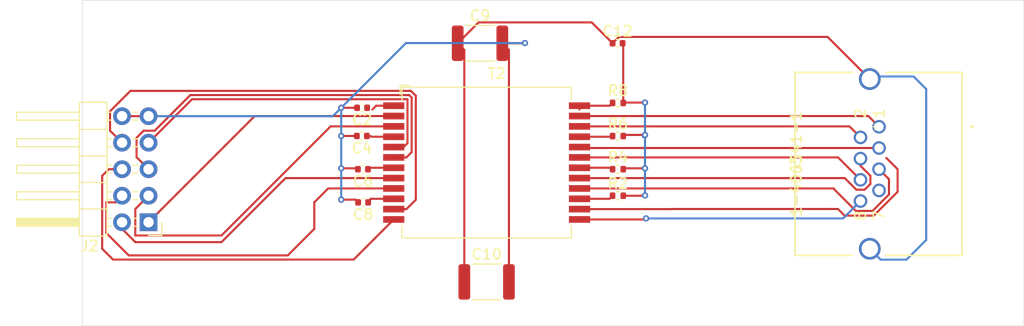
<source format=kicad_pcb>
(kicad_pcb (version 20221018) (generator pcbnew)
  (layers (0 "F.Cu" signal) (31 "B.Cu" signal) (34 "B.Paste" user) (35 "F.Paste" user) (36 "B.SilkS" user "B.Silkscreen") (37 "F.SilkS" user "F.Silkscreen") (38 "B.Mask" user) (39 "F.Mask" user) (44 "Edge.Cuts" user))
  (net 0 "")
  (net 1 "GND")
  (net 2 "Net-(T2-MCT4)")
  (net 3 "Net-(T2-MCT3)")
  (net 4 "Net-(T2-MCT2)")
  (net 5 "Net-(T2-MCT1)")
  (net 6 "Earth")
  (net 7 "Net-(C12-Pad2)")
  (net 8 "Net-(T2-MX1+)")
  (net 9 "Net-(T2-MX1-)")
  (net 10 "Net-(T2-MX2+)")
  (net 11 "Net-(T2-MX3+)")
  (net 12 "Net-(T2-MX3-)")
  (net 13 "Net-(T2-MX2-)")
  (net 14 "Net-(T2-MX4+)")
  (net 15 "Net-(T2-MX4-)")
  (net 16 "Net-(T2-TCT1)")
  (net 17 "Net-(J2-Pin_1)")
  (net 18 "Net-(J2-Pin_3)")
  (net 19 "Net-(T2-TCT2)")
  (net 20 "Net-(J2-Pin_7)")
  (net 21 "Net-(J2-Pin_5)")
  (net 22 "Net-(T2-TCT3)")
  (net 23 "Net-(J2-Pin_2)")
  (net 24 "Net-(J2-Pin_4)")
  (net 25 "Net-(T2-TCT4)")
  (net 26 "Net-(J2-Pin_8)")
  (net 27 "Net-(J2-Pin_6)")
  (footprint "Resistor_SMD:R_0402_1005Metric" (layer "F.Cu") (at 123.405 73.185)
    (fp_text reference "R4" (at 0 -1.17) (layer "F.SilkS"))
    (fp_text value "75")
    (fp_line (start -0.153641 -0.38) (end 0.153641 -0.38) (stroke (width 0.12)) (layer "F.SilkS"))
    (fp_line (start -0.153641 0.38) (end 0.153641 0.38) (stroke (width 0.12)) (layer "F.SilkS"))
    (pad "1" smd roundrect (at -0.51 0) (size 0.54 0.64) (layers "F.Cu" "F.Paste" "F.Mask") (net 3 "Net-(T2-MCT3)"))
    (pad "2" smd roundrect (at 0.51 0) (size 0.54 0.64) (layers "F.Cu" "F.Paste" "F.Mask") (net 7 "Net-(C12-Pad2)"))
  )
  (footprint "Resistor_SMD:R_0402_1005Metric" (layer "F.Cu") (at 123.405 75.725)
    (fp_text reference "R2" (at 0 -1.17) (layer "F.SilkS"))
    (fp_text value "75")
    (fp_line (start -0.153641 -0.38) (end 0.153641 -0.38) (stroke (width 0.12)) (layer "F.SilkS"))
    (fp_line (start -0.153641 0.38) (end 0.153641 0.38) (stroke (width 0.12)) (layer "F.SilkS"))
    (pad "1" smd roundrect (at -0.51 0) (size 0.54 0.64) (layers "F.Cu" "F.Paste" "F.Mask") (net 2 "Net-(T2-MCT4)"))
    (pad "2" smd roundrect (at 0.51 0) (size 0.54 0.64) (layers "F.Cu" "F.Paste" "F.Mask") (net 7 "Net-(C12-Pad2)"))
  )
  (footprint "Capacitor_SMD:C_0402_1005Metric" (layer "F.Cu") (at 98.88 70 180)
    (fp_text reference "C4" (at 0 -1.16) (layer "F.SilkS"))
    (fp_text value "0.1u")
    (fp_line (start -0.107836 -0.36) (end 0.107836 -0.36) (stroke (width 0.12)) (layer "F.SilkS"))
    (fp_line (start -0.107836 0.36) (end 0.107836 0.36) (stroke (width 0.12)) (layer "F.SilkS"))
    (pad "1" smd roundrect (at -0.48 0 180) (size 0.56 0.62) (layers "F.Cu" "F.Paste" "F.Mask") (net 19 "Net-(T2-TCT2)"))
    (pad "2" smd roundrect (at 0.48 0 180) (size 0.56 0.62) (layers "F.Cu" "F.Paste" "F.Mask") (net 1 "GND"))
  )
  (footprint "Capacitor_SMD:C_0402_1005Metric" (layer "F.Cu") (at 98.9 67.3 180)
    (fp_text reference "C2" (at 0 -1.16) (layer "F.SilkS"))
    (fp_text value "0.1u")
    (fp_line (start -0.107836 -0.36) (end 0.107836 -0.36) (stroke (width 0.12)) (layer "F.SilkS"))
    (fp_line (start -0.107836 0.36) (end 0.107836 0.36) (stroke (width 0.12)) (layer "F.SilkS"))
    (pad "1" smd roundrect (at -0.48 0 180) (size 0.56 0.62) (layers "F.Cu" "F.Paste" "F.Mask") (net 16 "Net-(T2-TCT1)"))
    (pad "2" smd roundrect (at 0.48 0 180) (size 0.56 0.62) (layers "F.Cu" "F.Paste" "F.Mask") (net 1 "GND"))
  )
  (footprint "HX5008:HX5008NL" (layer "F.Cu") (at 106.63 72.55)
    (fp_text reference "T2" (at 5.16 -8.53) (layer "F.SilkS"))
    (fp_text value "HX5008")
    (fp_line (start -4.08 -7.39) (end -4.08 -6.52) (stroke (width 0.12)) (layer "F.SilkS"))
    (fp_line (start -3.92 6.03) (end -3.92 7.22) (stroke (width 0.12)) (layer "F.SilkS"))
    (fp_line (start -3.92 7.22) (end 12.32 7.22) (stroke (width 0.12)) (layer "F.SilkS"))
    (fp_line (start -3.91 -7.22) (end -3.91 -6.03) (stroke (width 0.12)) (layer "F.SilkS"))
    (fp_line (start -3.91 -7.22) (end 12.32 -7.22) (stroke (width 0.12)) (layer "F.SilkS"))
    (fp_line (start -3.2 -7.39) (end -4.08 -7.39) (stroke (width 0.12)) (layer "F.SilkS"))
    (fp_line (start 12.32 -7.22) (end 12.32 -6.02) (stroke (width 0.12)) (layer "F.SilkS"))
    (fp_line (start 12.32 6.03) (end 12.32 7.22) (stroke (width 0.12)) (layer "F.SilkS"))
    (pad "1" smd rect (at -4.699 -5.4483 270) (size 0.64 2.03) (layers "F.Cu" "F.Paste" "F.Mask") (net 16 "Net-(T2-TCT1)"))
    (pad "2" smd rect (at -4.699 -4.4577 270) (size 0.64 2.03) (layers "F.Cu" "F.Paste" "F.Mask") (net 17 "Net-(J2-Pin_1)"))
    (pad "3" smd rect (at -4.699 -3.4671 270) (size 0.64 2.03) (layers "F.Cu" "F.Paste" "F.Mask") (net 18 "Net-(J2-Pin_3)"))
    (pad "4" smd rect (at -4.699 -2.4765 270) (size 0.64 2.03) (layers "F.Cu" "F.Paste" "F.Mask") (net 19 "Net-(T2-TCT2)"))
    (pad "5" smd rect (at -4.699 -1.4859 270) (size 0.64 2.03) (layers "F.Cu" "F.Paste" "F.Mask") (net 20 "Net-(J2-Pin_7)"))
    (pad "6" smd rect (at -4.699 -0.4953 270) (size 0.64 2.03) (layers "F.Cu" "F.Paste" "F.Mask") (net 21 "Net-(J2-Pin_5)"))
    (pad "7" smd rect (at -4.699 0.4953 270) (size 0.64 2.03) (layers "F.Cu" "F.Paste" "F.Mask") (net 22 "Net-(T2-TCT3)"))
    (pad "8" smd rect (at -4.699 1.4859 270) (size 0.64 2.03) (layers "F.Cu" "F.Paste" "F.Mask") (net 23 "Net-(J2-Pin_2)"))
    (pad "9" smd rect (at -4.699 2.4765 270) (size 0.64 2.03) (layers "F.Cu" "F.Paste" "F.Mask") (net 24 "Net-(J2-Pin_4)"))
    (pad "10" smd rect (at -4.699 3.4671 270) (size 0.64 2.03) (layers "F.Cu" "F.Paste" "F.Mask") (net 25 "Net-(T2-TCT4)"))
    (pad "11" smd rect (at -4.699 4.4577 270) (size 0.64 2.03) (layers "F.Cu" "F.Paste" "F.Mask") (net 26 "Net-(J2-Pin_8)"))
    (pad "12" smd rect (at -4.699 5.4483 270) (size 0.64 2.03) (layers "F.Cu" "F.Paste" "F.Mask") (net 27 "Net-(J2-Pin_6)"))
    (pad "13" smd rect (at 13.099 5.4483 270) (size 0.64 2.03) (layers "F.Cu" "F.Paste" "F.Mask") (net 15 "Net-(T2-MX4-)"))
    (pad "14" smd rect (at 13.099 4.4577 270) (size 0.64 2.03) (layers "F.Cu" "F.Paste" "F.Mask") (net 14 "Net-(T2-MX4+)"))
    (pad "15" smd rect (at 13.099 3.4671 270) (size 0.64 2.03) (layers "F.Cu" "F.Paste" "F.Mask") (net 2 "Net-(T2-MCT4)"))
    (pad "16" smd rect (at 13.099 2.4765 270) (size 0.64 2.03) (layers "F.Cu" "F.Paste" "F.Mask") (net 12 "Net-(T2-MX3-)"))
    (pad "17" smd rect (at 13.099 1.4859 270) (size 0.64 2.03) (layers "F.Cu" "F.Paste" "F.Mask") (net 11 "Net-(T2-MX3+)"))
    (pad "18" smd rect (at 13.099 0.4953 270) (size 0.64 2.03) (layers "F.Cu" "F.Paste" "F.Mask") (net 3 "Net-(T2-MCT3)"))
    (pad "19" smd rect (at 13.099 -0.4953 270) (size 0.64 2.03) (layers "F.Cu" "F.Paste" "F.Mask") (net 13 "Net-(T2-MX2-)"))
    (pad "20" smd rect (at 13.099 -1.4859 270) (size 0.64 2.03) (layers "F.Cu" "F.Paste" "F.Mask") (net 10 "Net-(T2-MX2+)"))
    (pad "21" smd rect (at 13.099 -2.4765 270) (size 0.64 2.03) (layers "F.Cu" "F.Paste" "F.Mask") (net 4 "Net-(T2-MCT2)"))
    (pad "22" smd rect (at 13.099 -3.4671 270) (size 0.64 2.03) (layers "F.Cu" "F.Paste" "F.Mask") (net 9 "Net-(T2-MX1-)"))
    (pad "23" smd rect (at 13.099 -4.4577 270) (size 0.64 2.03) (layers "F.Cu" "F.Paste" "F.Mask") (net 8 "Net-(T2-MX1+)"))
    (pad "24" smd rect (at 13.099 -5.4483 270) (size 0.64 2.03) (layers "F.Cu" "F.Paste" "F.Mask") (net 5 "Net-(T2-MCT1)"))
  )
  (footprint "Connector_PinHeader_2.54mm:PinHeader_2x05_P2.54mm_Horizontal" (layer "F.Cu") (at 78.445 78.265 180)
    (fp_text reference "J2" (at 5.655 -2.27) (layer "F.SilkS"))
    (fp_text value "Conn_02x05_Odd_Even")
    (fp_line (start -1.27 -1.27) (end 0 -1.27) (stroke (width 0.12)) (layer "F.SilkS"))
    (fp_line (start -1.27 0) (end -1.27 -1.27) (stroke (width 0.12)) (layer "F.SilkS"))
    (fp_line (start 1.042929 2.16) (end 1.497071 2.16) (stroke (width 0.12)) (layer "F.SilkS"))
    (fp_line (start 1.042929 2.92) (end 1.497071 2.92) (stroke (width 0.12)) (layer "F.SilkS"))
    (fp_line (start 1.042929 4.7) (end 1.497071 4.7) (stroke (width 0.12)) (layer "F.SilkS"))
    (fp_line (start 1.042929 5.46) (end 1.497071 5.46) (stroke (width 0.12)) (layer "F.SilkS"))
    (fp_line (start 1.042929 7.24) (end 1.497071 7.24) (stroke (width 0.12)) (layer "F.SilkS"))
    (fp_line (start 1.042929 8) (end 1.497071 8) (stroke (width 0.12)) (layer "F.SilkS"))
    (fp_line (start 1.042929 9.78) (end 1.497071 9.78) (stroke (width 0.12)) (layer "F.SilkS"))
    (fp_line (start 1.042929 10.54) (end 1.497071 10.54) (stroke (width 0.12)) (layer "F.SilkS"))
    (fp_line (start 1.11 -0.38) (end 1.497071 -0.38) (stroke (width 0.12)) (layer "F.SilkS"))
    (fp_line (start 1.11 0.38) (end 1.497071 0.38) (stroke (width 0.12)) (layer "F.SilkS"))
    (fp_line (start 3.582929 -0.38) (end 3.98 -0.38) (stroke (width 0.12)) (layer "F.SilkS"))
    (fp_line (start 3.582929 0.38) (end 3.98 0.38) (stroke (width 0.12)) (layer "F.SilkS"))
    (fp_line (start 3.582929 2.16) (end 3.98 2.16) (stroke (width 0.12)) (layer "F.SilkS"))
    (fp_line (start 3.582929 2.92) (end 3.98 2.92) (stroke (width 0.12)) (layer "F.SilkS"))
    (fp_line (start 3.582929 4.7) (end 3.98 4.7) (stroke (width 0.12)) (layer "F.SilkS"))
    (fp_line (start 3.582929 5.46) (end 3.98 5.46) (stroke (width 0.12)) (layer "F.SilkS"))
    (fp_line (start 3.582929 7.24) (end 3.98 7.24) (stroke (width 0.12)) (layer "F.SilkS"))
    (fp_line (start 3.582929 8) (end 3.98 8) (stroke (width 0.12)) (layer "F.SilkS"))
    (fp_line (start 3.582929 9.78) (end 3.98 9.78) (stroke (width 0.12)) (layer "F.SilkS"))
    (fp_line (start 3.582929 10.54) (end 3.98 10.54) (stroke (width 0.12)) (layer "F.SilkS"))
    (fp_line (start 3.98 -1.33) (end 3.98 11.49) (stroke (width 0.12)) (layer "F.SilkS"))
    (fp_line (start 3.98 1.27) (end 6.64 1.27) (stroke (width 0.12)) (layer "F.SilkS"))
    (fp_line (start 3.98 3.81) (end 6.64 3.81) (stroke (width 0.12)) (layer "F.SilkS"))
    (fp_line (start 3.98 6.35) (end 6.64 6.35) (stroke (width 0.12)) (layer "F.SilkS"))
    (fp_line (start 3.98 8.89) (end 6.64 8.89) (stroke (width 0.12)) (layer "F.SilkS"))
    (fp_line (start 3.98 11.49) (end 6.64 11.49) (stroke (width 0.12)) (layer "F.SilkS"))
    (fp_line (start 6.64 -1.33) (end 3.98 -1.33) (stroke (width 0.12)) (layer "F.SilkS"))
    (fp_line (start 6.64 -0.38) (end 12.64 -0.38) (stroke (width 0.12)) (layer "F.SilkS"))
    (fp_line (start 6.64 -0.32) (end 12.64 -0.32) (stroke (width 0.12)) (layer "F.SilkS"))
    (fp_line (start 6.64 -0.2) (end 12.64 -0.2) (stroke (width 0.12)) (layer "F.SilkS"))
    (fp_line (start 6.64 -0.08) (end 12.64 -0.08) (stroke (width 0.12)) (layer "F.SilkS"))
    (fp_line (start 6.64 0.04) (end 12.64 0.04) (stroke (width 0.12)) (layer "F.SilkS"))
    (fp_line (start 6.64 0.16) (end 12.64 0.16) (stroke (width 0.12)) (layer "F.SilkS"))
    (fp_line (start 6.64 0.28) (end 12.64 0.28) (stroke (width 0.12)) (layer "F.SilkS"))
    (fp_line (start 6.64 2.16) (end 12.64 2.16) (stroke (width 0.12)) (layer "F.SilkS"))
    (fp_line (start 6.64 4.7) (end 12.64 4.7) (stroke (width 0.12)) (layer "F.SilkS"))
    (fp_line (start 6.64 7.24) (end 12.64 7.24) (stroke (width 0.12)) (layer "F.SilkS"))
    (fp_line (start 6.64 9.78) (end 12.64 9.78) (stroke (width 0.12)) (layer "F.SilkS"))
    (fp_line (start 6.64 11.49) (end 6.64 -1.33) (stroke (width 0.12)) (layer "F.SilkS"))
    (fp_line (start 12.64 -0.38) (end 12.64 0.38) (stroke (width 0.12)) (layer "F.SilkS"))
    (fp_line (start 12.64 0.38) (end 6.64 0.38) (stroke (width 0.12)) (layer "F.SilkS"))
    (fp_line (start 12.64 2.16) (end 12.64 2.92) (stroke (width 0.12)) (layer "F.SilkS"))
    (fp_line (start 12.64 2.92) (end 6.64 2.92) (stroke (width 0.12)) (layer "F.SilkS"))
    (fp_line (start 12.64 4.7) (end 12.64 5.46) (stroke (width 0.12)) (layer "F.SilkS"))
    (fp_line (start 12.64 5.46) (end 6.64 5.46) (stroke (width 0.12)) (layer "F.SilkS"))
    (fp_line (start 12.64 7.24) (end 12.64 8) (stroke (width 0.12)) (layer "F.SilkS"))
    (fp_line (start 12.64 8) (end 6.64 8) (stroke (width 0.12)) (layer "F.SilkS"))
    (fp_line (start 12.64 9.78) (end 12.64 10.54) (stroke (width 0.12)) (layer "F.SilkS"))
    (fp_line (start 12.64 10.54) (end 6.64 10.54) (stroke (width 0.12)) (layer "F.SilkS"))
    (pad "1" thru_hole rect (at 0 0 180) (size 1.7 1.7) (drill 1) (layers "*.Cu" "*.Mask") (net 17 "Net-(J2-Pin_1)"))
    (pad "2" thru_hole oval (at 2.54 0 180) (size 1.7 1.7) (drill 1) (layers "*.Cu" "*.Mask") (net 23 "Net-(J2-Pin_2)"))
    (pad "3" thru_hole oval (at 0 2.54 180) (size 1.7 1.7) (drill 1) (layers "*.Cu" "*.Mask") (net 18 "Net-(J2-Pin_3)"))
    (pad "4" thru_hole oval (at 2.54 2.54 180) (size 1.7 1.7) (drill 1) (layers "*.Cu" "*.Mask") (net 24 "Net-(J2-Pin_4)"))
    (pad "5" thru_hole oval (at 0 5.08 180) (size 1.7 1.7) (drill 1) (layers "*.Cu" "*.Mask") (net 21 "Net-(J2-Pin_5)"))
    (pad "6" thru_hole oval (at 2.54 5.08 180) (size 1.7 1.7) (drill 1) (layers "*.Cu" "*.Mask") (net 27 "Net-(J2-Pin_6)"))
    (pad "7" thru_hole oval (at 0 7.62 180) (size 1.7 1.7) (drill 1) (layers "*.Cu" "*.Mask") (net 20 "Net-(J2-Pin_7)"))
    (pad "8" thru_hole oval (at 2.54 7.62 180) (size 1.7 1.7) (drill 1) (layers "*.Cu" "*.Mask") (net 26 "Net-(J2-Pin_8)"))
    (pad "9" thru_hole oval (at 0 10.16 180) (size 1.7 1.7) (drill 1) (layers "*.Cu" "*.Mask") (net 1 "GND"))
    (pad "10" thru_hole oval (at 2.54 10.16 180) (size 1.7 1.7) (drill 1) (layers "*.Cu" "*.Mask") (net 1 "GND"))
  )
  (footprint "Capacitor_SMD:C_0402_1005Metric" (layer "F.Cu") (at 99 76.36 180)
    (fp_text reference "C8" (at 0 -1.16) (layer "F.SilkS"))
    (fp_text value "0.1u")
    (fp_line (start -0.107836 -0.36) (end 0.107836 -0.36) (stroke (width 0.12)) (layer "F.SilkS"))
    (fp_line (start -0.107836 0.36) (end 0.107836 0.36) (stroke (width 0.12)) (layer "F.SilkS"))
    (pad "1" smd roundrect (at -0.48 0 180) (size 0.56 0.62) (layers "F.Cu" "F.Paste" "F.Mask") (net 25 "Net-(T2-TCT4)"))
    (pad "2" smd roundrect (at 0.48 0 180) (size 0.56 0.62) (layers "F.Cu" "F.Paste" "F.Mask") (net 1 "GND"))
  )
  (footprint "Resistor_SMD:R_0402_1005Metric" (layer "F.Cu") (at 123.405 66.835)
    (fp_text reference "R8" (at 0 -1.17) (layer "F.SilkS"))
    (fp_text value "75")
    (fp_line (start -0.153641 -0.38) (end 0.153641 -0.38) (stroke (width 0.12)) (layer "F.SilkS"))
    (fp_line (start -0.153641 0.38) (end 0.153641 0.38) (stroke (width 0.12)) (layer "F.SilkS"))
    (pad "1" smd roundrect (at -0.51 0) (size 0.54 0.64) (layers "F.Cu" "F.Paste" "F.Mask") (net 5 "Net-(T2-MCT1)"))
    (pad "2" smd roundrect (at 0.51 0) (size 0.54 0.64) (layers "F.Cu" "F.Paste" "F.Mask") (net 7 "Net-(C12-Pad2)"))
  )
  (footprint "Resistor_SMD:R_0402_1005Metric" (layer "F.Cu") (at 123.405 70.01)
    (fp_text reference "R6" (at 0 -1.17) (layer "F.SilkS"))
    (fp_text value "75")
    (fp_line (start -0.153641 -0.38) (end 0.153641 -0.38) (stroke (width 0.12)) (layer "F.SilkS"))
    (fp_line (start -0.153641 0.38) (end 0.153641 0.38) (stroke (width 0.12)) (layer "F.SilkS"))
    (pad "1" smd roundrect (at -0.51 0) (size 0.54 0.64) (layers "F.Cu" "F.Paste" "F.Mask") (net 4 "Net-(T2-MCT2)"))
    (pad "2" smd roundrect (at 0.51 0) (size 0.54 0.64) (layers "F.Cu" "F.Paste" "F.Mask") (net 7 "Net-(C12-Pad2)"))
  )
  (footprint "Capacitor_SMD:C_0402_1005Metric" (layer "F.Cu") (at 123.375 61.12)
    (fp_text reference "C12" (at 0 -1.16) (layer "F.SilkS"))
    (fp_text value "1000p")
    (fp_line (start -0.107836 -0.36) (end 0.107836 -0.36) (stroke (width 0.12)) (layer "F.SilkS"))
    (fp_line (start -0.107836 0.36) (end 0.107836 0.36) (stroke (width 0.12)) (layer "F.SilkS"))
    (pad "1" smd roundrect (at -0.48 0) (size 0.56 0.62) (layers "F.Cu" "F.Paste" "F.Mask") (net 6 "Earth"))
    (pad "2" smd roundrect (at 0.48 0) (size 0.56 0.62) (layers "F.Cu" "F.Paste" "F.Mask") (net 7 "Net-(C12-Pad2)"))
  )
  (footprint "MJ406541:1-406541-1" (layer "F.Cu") (at 148.422 69.121 -90)
    (fp_text reference "J3" (at 3.556 7.9248 90) (layer "F.SilkS"))
    (fp_text value "1-406541-1" (at 3.556 7.9248 90) (layer "F.SilkS"))
    (fp_text user "2" (at -1.297 1.778 90) (layer "F.SilkS"))
    (fp_text user "*" (at 0 0 90) (layer "F.SilkS"))
    (fp_text user "8" (at 8.509 1.778 90) (layer "F.SilkS"))
    (fp_text user "7" (at 8.509 0 90) (layer "F.SilkS"))
    (fp_text user "1" (at -1.297 0 90) (layer "F.SilkS"))
    (fp_line (start -5.207 -7.9502) (end -5.207 -0.635) (stroke (width 0.1524)) (layer "F.SilkS"))
    (fp_line (start -5.207 8.0518) (end -5.207 2.54) (stroke (width 0.1524)) (layer "F.SilkS"))
    (fp_line (start -5.207 8.0518) (end 12.319 8.0518) (stroke (width 0.1524)) (layer "F.SilkS"))
    (fp_line (start 12.319 -7.9502) (end -5.207 -7.9502) (stroke (width 0.1524)) (layer "F.SilkS"))
    (fp_line (start 12.319 -0.635) (end 12.319 -7.9502) (stroke (width 0.1524)) (layer "F.SilkS"))
    (fp_line (start 12.319 8.0518) (end 12.319 2.54) (stroke (width 0.1524)) (layer "F.SilkS"))
    (fp_arc (start -0.1016 -8.89) (mid 0.1016 -8.89) (end -0.1016 -8.89) (stroke (width 0.1524)) (layer "F.SilkS"))
    (pad "" np_thru_hole circle (at -2.794 -2.54 270) (size 3.2512 3.2512) (drill 3.2512) (layers "*.Cu" "*.Mask"))
    (pad "" np_thru_hole circle (at 9.906 -2.54 270) (size 3.2512 3.2512) (drill 3.2512) (layers "*.Cu" "*.Mask"))
    (pad "1" thru_hole circle (at 0 0 270) (size 1.297 1.297) (drill 0.889) (layers "*.Cu" "*.Mask") (net 8 "Net-(T2-MX1+)"))
    (pad "2" thru_hole circle (at 1.016 1.778 270) (size 1.297 1.297) (drill 0.889) (layers "*.Cu" "*.Mask") (net 9 "Net-(T2-MX1-)"))
    (pad "3" thru_hole circle (at 2.032 0 270) (size 1.297 1.297) (drill 0.889) (layers "*.Cu" "*.Mask") (net 10 "Net-(T2-MX2+)"))
    (pad "4" thru_hole circle (at 3.048 1.778 270) (size 1.297 1.297) (drill 0.889) (layers "*.Cu" "*.Mask") (net 11 "Net-(T2-MX3+)"))
    (pad "5" thru_hole circle (at 4.064 0 270) (size 1.297 1.297) (drill 0.889) (layers "*.Cu" "*.Mask") (net 12 "Net-(T2-MX3-)"))
    (pad "6" thru_hole circle (at 5.08 1.778 270) (size 1.297 1.297) (drill 0.889) (layers "*.Cu" "*.Mask") (net 13 "Net-(T2-MX2-)"))
    (pad "7" thru_hole circle (at 6.096 0 270) (size 1.297 1.297) (drill 0.889) (layers "*.Cu" "*.Mask") (net 14 "Net-(T2-MX4+)"))
    (pad "8" thru_hole circle (at 7.112 1.778 270) (size 1.297 1.297) (drill 0.889) (layers "*.Cu" "*.Mask") (net 15 "Net-(T2-MX4-)"))
    (pad "9" thru_hole circle (at -4.572 0.889 270) (size 2.0828 2.0828) (drill 1.5748) (layers "*.Cu" "*.Mask") (net 6 "Earth"))
    (pad "10" thru_hole circle (at 11.684 0.889 270) (size 2.0828 2.0828) (drill 1.5748) (layers "*.Cu" "*.Mask") (net 6 "Earth"))
  )
  (footprint "Capacitor_SMD:C_0402_1005Metric" (layer "F.Cu") (at 98.98 73.185 180)
    (fp_text reference "C6" (at 0 -1.16) (layer "F.SilkS"))
    (fp_text value "0.1u")
    (fp_line (start -0.107836 -0.36) (end 0.107836 -0.36) (stroke (width 0.12)) (layer "F.SilkS"))
    (fp_line (start -0.107836 0.36) (end 0.107836 0.36) (stroke (width 0.12)) (layer "F.SilkS"))
    (pad "1" smd roundrect (at -0.48 0 180) (size 0.56 0.62) (layers "F.Cu" "F.Paste" "F.Mask") (net 22 "Net-(T2-TCT3)"))
    (pad "2" smd roundrect (at 0.48 0 180) (size 0.56 0.62) (layers "F.Cu" "F.Paste" "F.Mask") (net 1 "GND"))
  )
  (footprint "Resistor_SMD:R_1812_4532Metric" (layer "F.Cu") (at 110.83 83.98)
    (fp_text reference "C10" (at 0 -2.65) (layer "F.SilkS"))
    (fp_text value "4700p")
    (fp_line (start -1.386252 -1.71) (end 1.386252 -1.71) (stroke (width 0.12)) (layer "F.SilkS"))
    (fp_line (start -1.386252 1.71) (end 1.386252 1.71) (stroke (width 0.12)) (layer "F.SilkS"))
    (pad "1" smd roundrect (at -2.1375 0) (size 1.125 3.4) (layers "F.Cu" "F.Paste" "F.Mask") (roundrect_rratio 0.222222) (net 6 "Earth"))
    (pad "2" smd roundrect (at 2.1375 0) (size 1.125 3.4) (layers "F.Cu" "F.Paste" "F.Mask") (roundrect_rratio 0.222222) (net 1 "GND"))
  )
  (footprint "Resistor_SMD:R_1812_4532Metric" (layer "F.Cu") (at 110.195 61.12)
    (fp_text reference "C9" (at 0 -2.65) (layer "F.SilkS"))
    (fp_text value "4700p")
    (fp_line (start -1.386252 -1.71) (end 1.386252 -1.71) (stroke (width 0.12)) (layer "F.SilkS"))
    (fp_line (start -1.386252 1.71) (end 1.386252 1.71) (stroke (width 0.12)) (layer "F.SilkS"))
    (pad "1" smd roundrect (at -2.1375 0) (size 1.125 3.4) (layers "F.Cu" "F.Paste" "F.Mask") (roundrect_rratio 0.222222) (net 6 "Earth"))
    (pad "2" smd roundrect (at 2.1375 0) (size 1.125 3.4) (layers "F.Cu" "F.Paste" "F.Mask") (roundrect_rratio 0.222222) (net 1 "GND"))
  )
  (gr_rect (start 72.1 57) (end 162.3 88.2) (stroke (width 0.05)) (fill none) (layer "Edge.Cuts"))
  (segment (start 112.9675 83.98) (end 112.9675 61.755) (width 0.2) (layer "F.Cu") (net 1))
  (segment (start 114.48 61.12) (end 114.5 61.1) (width 0.2) (layer "F.Cu") (net 1))
  (segment (start 96.9 70) (end 98.4 70) (width 0.2) (layer "F.Cu") (net 1))
  (segment (start 112.9675 61.755) (end 112.3325 61.12) (width 0.2) (layer "F.Cu") (net 1))
  (segment (start 98.42 67.3) (end 96.9 67.3) (width 0.2) (layer "F.Cu") (net 1))
  (segment (start 98.415 73.1) (end 98.5 73.185) (width 0.2) (layer "F.Cu") (net 1))
  (segment (start 98.26 76.1) (end 98.52 76.36) (width 0.2) (layer "F.Cu") (net 1))
  (segment (start 96.9 76.1) (end 98.26 76.1) (width 0.2) (layer "F.Cu") (net 1))
  (segment (start 112.3325 61.12) (end 114.48 61.12) (width 0.2) (layer "F.Cu") (net 1))
  (segment (start 96.9 73.1) (end 98.415 73.1) (width 0.2) (layer "F.Cu") (net 1))
  (segment (start 78.445 68.105) (end 75.905 68.105) (width 0.2) (layer "F.Cu") (net 1))
  (via (at 96.9 70) (size 0.6) (drill 0.3) (layers "F.Cu" "B.Cu") (net 1))
  (via (at 96.9 76.1) (size 0.6) (drill 0.3) (layers "F.Cu" "B.Cu") (net 1))
  (via (at 96.9 67.3) (size 0.6) (drill 0.3) (layers "F.Cu" "B.Cu") (net 1))
  (via (at 96.9 73.1) (size 0.6) (drill 0.3) (layers "F.Cu" "B.Cu") (net 1))
  (via (at 114.5 61.1) (size 0.6) (drill 0.3) (layers "F.Cu" "B.Cu") (net 1))
  (segment (start 96.9 76.1) (end 96.9 70) (width 0.2) (layer "B.Cu") (net 1))
  (segment (start 103.1 61.1) (end 96.9 67.3) (width 0.2) (layer "B.Cu") (net 1))
  (segment (start 114.5 61.1) (end 103.1 61.1) (width 0.2) (layer "B.Cu") (net 1))
  (segment (start 96.9 67.3) (end 96.095 68.105) (width 0.2) (layer "B.Cu") (net 1))
  (segment (start 96.9 76.2) (end 96.9 76.1) (width 0.2) (layer "B.Cu") (net 1))
  (segment (start 96.9 67.3) (end 96.9 70) (width 0.2) (layer "B.Cu") (net 1))
  (segment (start 96.095 68.105) (end 78.445 68.105) (width 0.2) (layer "B.Cu") (net 1))
  (segment (start 122.6029 76.0171) (end 119.729 76.0171) (width 0.2) (layer "F.Cu") (net 2))
  (segment (start 122.895 75.725) (end 122.6029 76.0171) (width 0.2) (layer "F.Cu") (net 2))
  (segment (start 122.895 73.185) (end 122.7553 73.0453) (width 0.2) (layer "F.Cu") (net 3))
  (segment (start 122.7553 73.0453) (end 119.729 73.0453) (width 0.2) (layer "F.Cu") (net 3))
  (segment (start 122.895 70.01) (end 122.8315 70.0735) (width 0.2) (layer "F.Cu") (net 4))
  (segment (start 122.8315 70.0735) (end 119.729 70.0735) (width 0.2) (layer "F.Cu") (net 4))
  (segment (start 122.895 66.835) (end 122.6283 67.1017) (width 0.2) (layer "F.Cu") (net 5))
  (segment (start 119.729 67.461) (end 119.72 67.47) (width 0.2) (layer "F.Cu") (net 5))
  (segment (start 122.6283 67.1017) (end 119.729 67.1017) (width 0.2) (layer "F.Cu") (net 5))
  (segment (start 123.505 60.51) (end 122.895 61.12) (width 0.2) (layer "F.Cu") (net 6))
  (segment (start 110.0575 59.12) (end 108.0575 61.12) (width 0.2) (layer "F.Cu") (net 6))
  (segment (start 147.533 64.803) (end 147.66 64.93) (width 0.2) (layer "F.Cu") (net 6))
  (segment (start 143.494 60.51) (end 123.505 60.51) (width 0.2) (layer "F.Cu") (net 6))
  (segment (start 108.6925 61.755) (end 108.0575 61.12) (width 0.2) (layer "F.Cu") (net 6))
  (segment (start 108.6925 83.98) (end 108.6925 61.755) (width 0.2) (layer "F.Cu") (net 6))
  (segment (start 120.895 59.12) (end 110.0575 59.12) (width 0.2) (layer "F.Cu") (net 6))
  (segment (start 122.895 61.12) (end 120.895 59.12) (width 0.2) (layer "F.Cu") (net 6))
  (segment (start 147.533 64.549) (end 143.494 60.51) (width 0.2) (layer "F.Cu") (net 6))
  (segment (start 147.782 64.3) (end 147.533 64.549) (width 0.2) (layer "B.Cu") (net 6))
  (segment (start 148.5744 81.8464) (end 151.0536 81.8464) (width 0.2) (layer "B.Cu") (net 6))
  (segment (start 152.9376 79.9624) (end 152.9376 65.50868) (width 0.2) (layer "B.Cu") (net 6))
  (segment (start 152.9376 65.50868) (end 151.72892 64.3) (width 0.2) (layer "B.Cu") (net 6))
  (segment (start 151.72892 64.3) (end 147.782 64.3) (width 0.2) (layer "B.Cu") (net 6))
  (segment (start 151.0536 81.8464) (end 152.9376 79.9624) (width 0.2) (layer "B.Cu") (net 6))
  (segment (start 147.533 80.805) (end 148.5744 81.8464) (width 0.2) (layer "B.Cu") (net 6))
  (segment (start 126 66.8) (end 123.95 66.8) (width 0.2) (layer "F.Cu") (net 7))
  (segment (start 123.95 66.8) (end 123.915 66.835) (width 0.2) (layer "F.Cu") (net 7))
  (segment (start 124 73.1) (end 123.915 73.185) (width 0.2) (layer "F.Cu") (net 7))
  (segment (start 125.975 75.725) (end 126 75.7) (width 0.2) (layer "F.Cu") (net 7))
  (segment (start 124.025 69.9) (end 123.915 70.01) (width 0.2) (layer "F.Cu") (net 7))
  (segment (start 123.915 61.18) (end 123.855 61.12) (width 0.2) (layer "F.Cu") (net 7))
  (segment (start 123.915 75.725) (end 125.975 75.725) (width 0.2) (layer "F.Cu") (net 7))
  (segment (start 123.915 66.835) (end 123.915 61.18) (width 0.2) (layer "F.Cu") (net 7))
  (segment (start 126 73.1) (end 124 73.1) (width 0.2) (layer "F.Cu") (net 7))
  (segment (start 126 69.9) (end 124.025 69.9) (width 0.2) (layer "F.Cu") (net 7))
  (via (at 126 66.8) (size 0.6) (drill 0.3) (layers "F.Cu" "B.Cu") (net 7))
  (via (at 126 75.7) (size 0.6) (drill 0.3) (layers "F.Cu" "B.Cu") (net 7))
  (via (at 126 73.1) (size 0.6) (drill 0.3) (layers "F.Cu" "B.Cu") (net 7))
  (via (at 126 69.9) (size 0.6) (drill 0.3) (layers "F.Cu" "B.Cu") (net 7))
  (segment (start 125.9 70) (end 126 69.9) (width 0.2) (layer "B.Cu") (net 7))
  (segment (start 126 73.3) (end 125.9 73.2) (width 0.2) (layer "B.Cu") (net 7))
  (segment (start 125.9 73.2) (end 126 73.1) (width 0.2) (layer "B.Cu") (net 7))
  (segment (start 126 66.8) (end 125.9 66.8) (width 0.2) (layer "B.Cu") (net 7))
  (segment (start 126 66.8) (end 126 66.9) (width 0.2) (layer "B.Cu") (net 7))
  (segment (start 126 73.1) (end 126 69.9) (width 0.2) (layer "B.Cu") (net 7))
  (segment (start 126 69.9) (end 125.8 70.1) (width 0.2) (layer "B.Cu") (net 7))
  (segment (start 126 75.7) (end 126 73.3) (width 0.2) (layer "B.Cu") (net 7))
  (segment (start 126 69.9) (end 126 66.8) (width 0.2) (layer "B.Cu") (net 7))
  (segment (start 119.729 68.0923) (end 147.3933 68.0923) (width 0.2) (layer "F.Cu") (net 8))
  (segment (start 147.3933 68.0923) (end 148.422 69.121) (width 0.2) (layer "F.Cu") (net 8))
  (segment (start 145.5899 69.0829) (end 146.644 70.137) (width 0.2) (layer "F.Cu") (net 9))
  (segment (start 119.729 69.0829) (end 145.5899 69.0829) (width 0.2) (layer "F.Cu") (net 9))
  (segment (start 119.729 71.0641) (end 119.8179 71.153) (width 0.2) (layer "F.Cu") (net 10))
  (segment (start 119.8179 71.153) (end 148.422 71.153) (width 0.2) (layer "F.Cu") (net 10))
  (segment (start 145.137518 74.0359) (end 146.251118 75.1495) (width 0.2) (layer "F.Cu") (net 11))
  (segment (start 147.5925 73.808118) (end 146.644 72.859618) (width 0.2) (layer "F.Cu") (net 11))
  (segment (start 146.251118 75.1495) (end 147.036882 75.1495) (width 0.2) (layer "F.Cu") (net 11))
  (segment (start 147.5925 74.593882) (end 147.5925 73.808118) (width 0.2) (layer "F.Cu") (net 11))
  (segment (start 119.729 74.0359) (end 145.137518 74.0359) (width 0.2) (layer "F.Cu") (net 11))
  (segment (start 147.036882 75.1495) (end 147.5925 74.593882) (width 0.2) (layer "F.Cu") (net 11))
  (segment (start 146.644 72.859618) (end 146.644 72.169) (width 0.2) (layer "F.Cu") (net 11))
  (segment (start 149.3705 75.609882) (end 149.3705 74.1335) (width 0.2) (layer "F.Cu") (net 12))
  (segment (start 144.0425 75.0265) (end 146.1975 77.1815) (width 0.2) (layer "F.Cu") (net 12))
  (segment (start 146.251118 77.1815) (end 147.798882 77.1815) (width 0.2) (layer "F.Cu") (net 12))
  (segment (start 149.3705 74.1335) (end 148.422 73.185) (width 0.2) (layer "F.Cu") (net 12))
  (segment (start 147.798882 77.1815) (end 149.3705 75.609882) (width 0.2) (layer "F.Cu") (net 12))
  (segment (start 119.729 75.0265) (end 144.096118 75.0265) (width 0.2) (layer "F.Cu") (net 12))
  (segment (start 144.4977 72.0547) (end 146.644 74.201) (width 0.2) (layer "F.Cu") (net 13))
  (segment (start 119.729 72.0547) (end 144.4977 72.0547) (width 0.2) (layer "F.Cu") (net 13))
  (segment (start 150.2 73.82) (end 150.2 73.185) (width 0.2) (layer "F.Cu") (net 14))
  (segment (start 143.215 76.995) (end 144.485 76.995) (width 0.2) (layer "F.Cu") (net 14))
  (segment (start 149.565 72.55) (end 149.1165 72.1015) (width 0.2) (layer "F.Cu") (net 14))
  (segment (start 150.2 75.346067) (end 150.2 73.82) (width 0.2) (layer "F.Cu") (net 14))
  (segment (start 145.12 77.63) (end 147.916068 77.63) (width 0.2) (layer "F.Cu") (net 14))
  (segment (start 128.5973 77.0077) (end 128.61 76.995) (width 0.2) (layer "F.Cu") (net 14))
  (segment (start 136.865 76.995) (end 143.215 76.995) (width 0.2) (layer "F.Cu") (net 14))
  (segment (start 147.916068 77.63) (end 148.198882 77.347185) (width 0.2) (layer "F.Cu") (net 14))
  (segment (start 150.2 73.185) (end 149.565 72.55) (width 0.2) (layer "F.Cu") (net 14))
  (segment (start 128.61 76.995) (end 136.865 76.995) (width 0.2) (layer "F.Cu") (net 14))
  (segment (start 144.485 76.995) (end 145.12 77.63) (width 0.2) (layer "F.Cu") (net 14))
  (segment (start 148.198882 77.347185) (end 149.693034 75.853033) (width 0.2) (layer "F.Cu") (net 14))
  (segment (start 149.693034 75.853033) (end 150.2 75.346067) (width 0.2) (layer "F.Cu") (net 14))
  (segment (start 119.729 77.0077) (end 128.5973 77.0077) (width 0.2) (layer "F.Cu") (net 14))
  (segment (start 119.729 77.9983) (end 126.0017 77.9983) (width 0.2) (layer "F.Cu") (net 15))
  (segment (start 126.0017 77.9983) (end 126.1 77.9) (width 0.2) (layer "F.Cu") (net 15))
  (via (at 126.1 77.9) (size 0.6) (drill 0.3) (layers "F.Cu" "B.Cu") (net 15))
  (segment (start 144.977 77.9) (end 146.644 76.233) (width 0.2) (layer "B.Cu") (net 15))
  (segment (start 126.1 77.9) (end 144.977 77.9) (width 0.2) (layer "B.Cu") (net 15))
  (segment (start 100.2483 67.1017) (end 99.88 67.47) (width 0.2) (layer "F.Cu") (net 16))
  (segment (start 101.931 67.1017) (end 100.2483 67.1017) (width 0.2) (layer "F.Cu") (net 16))
  (segment (start 78.445 78.265) (end 88.6177 68.0923) (width 0.2) (layer "F.Cu") (net 17))
  (segment (start 88.6177 68.0923) (end 101.931 68.0923) (width 0.2) (layer "F.Cu") (net 17))
  (segment (start 77.175 79.535) (end 85.43 79.535) (width 0.2) (layer "F.Cu") (net 18))
  (segment (start 85.43 79.535) (end 95.8821 69.0829) (width 0.2) (layer "F.Cu") (net 18))
  (segment (start 77.175 76.995) (end 77.175 79.535) (width 0.2) (layer "F.Cu") (net 18))
  (segment (start 78.445 75.725) (end 77.175 76.995) (width 0.2) (layer "F.Cu") (net 18))
  (segment (start 95.8821 69.0829) (end 101.931 69.0829) (width 0.2) (layer "F.Cu") (net 18))
  (segment (start 101.931 70.0735) (end 99.7885 70.0735) (width 0.2) (layer "F.Cu") (net 19))
  (segment (start 99.7885 70.0735) (end 99.725 70.01) (width 0.2) (layer "F.Cu") (net 19))
  (segment (start 102.8754 71.0641) (end 101.931 71.0641) (width 0.2) (layer "F.Cu") (net 20))
  (segment (start 103.246 70.6935) (end 102.8754 71.0641) (width 0.2) (layer "F.Cu") (net 20))
  (segment (start 103.246 66.4817) (end 103.246 70.6935) (width 0.2) (layer "F.Cu") (net 20))
  (segment (start 78.445 70.645) (end 82.6083 66.4817) (width 0.2) (layer "F.Cu") (net 20))
  (segment (start 82.6083 66.4817) (end 103.246 66.4817) (width 0.2) (layer "F.Cu") (net 20))
  (segment (start 79.029315 69.495) (end 82.442615 66.0817) (width 0.2) (layer "F.Cu") (net 21))
  (segment (start 103.411685 66.0817) (end 103.646 66.316015) (width 0.2) (layer "F.Cu") (net 21))
  (segment (start 103.646 71.5547) (end 103.146 72.0547) (width 0.2) (layer "F.Cu") (net 21))
  (segment (start 77.295 70.168654) (end 77.968654 69.495) (width 0.2) (layer "F.Cu") (net 21))
  (segment (start 77.968654 69.495) (end 79.029315 69.495) (width 0.2) (layer "F.Cu") (net 21))
  (segment (start 102.0707 71.915) (end 101.931 72.0547) (width 0.2) (layer "F.Cu") (net 21))
  (segment (start 103.646 66.316015) (end 103.646 71.5547) (width 0.2) (layer "F.Cu") (net 21))
  (segment (start 103.146 72.0547) (end 101.931 72.0547) (width 0.2) (layer "F.Cu") (net 21))
  (segment (start 78.445 73.185) (end 77.295 72.035) (width 0.2) (layer "F.Cu") (net 21))
  (segment (start 77.295 72.035) (end 77.295 70.168654) (width 0.2) (layer "F.Cu") (net 21))
  (segment (start 82.442615 66.0817) (end 103.411685 66.0817) (width 0.2) (layer "F.Cu") (net 21))
  (segment (start 99.5397 73.0453) (end 99.4 73.185) (width 0.2) (layer "F.Cu") (net 22))
  (segment (start 101.931 73.0453) (end 99.5397 73.0453) (width 0.2) (layer "F.Cu") (net 22))
  (segment (start 77.175 80.17) (end 85.43 80.17) (width 0.2) (layer "F.Cu") (net 23))
  (segment (start 75.905 78.265) (end 75.905 78.9) (width 0.2) (layer "F.Cu") (net 23))
  (segment (start 91.5641 74.0359) (end 101.931 74.0359) (width 0.2) (layer "F.Cu") (net 23))
  (segment (start 75.905 78.9) (end 77.175 80.17) (width 0.2) (layer "F.Cu") (net 23))
  (segment (start 85.43 80.17) (end 91.5641 74.0359) (width 0.2) (layer "F.Cu") (net 23))
  (segment (start 76.54 81.44) (end 91.78 81.44) (width 0.2) (layer "F.Cu") (net 24))
  (segment (start 94.32 76.36) (end 95.6535 75.0265) (width 0.2) (layer "F.Cu") (net 24))
  (segment (start 95.6535 75.0265) (end 101.931 75.0265) (width 0.2) (layer "F.Cu") (net 24))
  (segment (start 91.78 81.44) (end 94.32 78.9) (width 0.2) (layer "F.Cu") (net 24))
  (segment (start 75.27 76.36) (end 74.4 76.36) (width 0.2) (layer "F.Cu") (net 24))
  (segment (start 75.905 75.725) (end 75.27 76.36) (width 0.2) (layer "F.Cu") (net 24))
  (segment (start 74.4 76.36) (end 74.4 79.3) (width 0.2) (layer "F.Cu") (net 24))
  (segment (start 74.4 79.3) (end 76.54 81.44) (width 0.2) (layer "F.Cu") (net 24))
  (segment (start 94.32 78.9) (end 94.32 76.36) (width 0.2) (layer "F.Cu") (net 24))
  (segment (start 99.7429 76.0171) (end 99.4 76.36) (width 0.2) (layer "F.Cu") (net 25))
  (segment (start 101.931 76.0171) (end 99.7429 76.0171) (width 0.2) (layer "F.Cu") (net 25))
  (segment (start 76.701954 65.6817) (end 103.577371 65.6817) (width 0.2) (layer "F.Cu") (net 26))
  (segment (start 74.755 67.628654) (end 76.701954 65.6817) (width 0.2) (layer "F.Cu") (net 26))
  (segment (start 103.146 77.0077) (end 101.931 77.0077) (width 0.2) (layer "F.Cu") (net 26))
  (segment (start 74.755 69.495) (end 74.755 67.628654) (width 0.2) (layer "F.Cu") (net 26))
  (segment (start 75.905 70.645) (end 74.755 69.495) (width 0.2) (layer "F.Cu") (net 26))
  (segment (start 104.046 76.1077) (end 103.146 77.0077) (width 0.2) (layer "F.Cu") (net 26))
  (segment (start 104.046 66.15033) (end 104.046 76.1077) (width 0.2) (layer "F.Cu") (net 26))
  (segment (start 103.577371 65.6817) (end 104.046 66.15033) (width 0.2) (layer "F.Cu") (net 26))
  (segment (start 74 80.805) (end 75.035 81.84) (width 0.2) (layer "F.Cu") (net 27))
  (segment (start 75.905 73.185) (end 74.635 73.185) (width 0.2) (layer "F.Cu") (net 27))
  (segment (start 74.635 73.185) (end 74 73.82) (width 0.2) (layer "F.Cu") (net 27))
  (segment (start 98.0893 81.84) (end 101.931 77.9983) (width 0.2) (layer "F.Cu") (net 27))
  (segment (start 75.035 81.84) (end 98.0893 81.84) (width 0.2) (layer "F.Cu") (net 27))
  (segment (start 74 73.82) (end 74 80.805) (width 0.2) (layer "F.Cu") (net 27))
)
</source>
